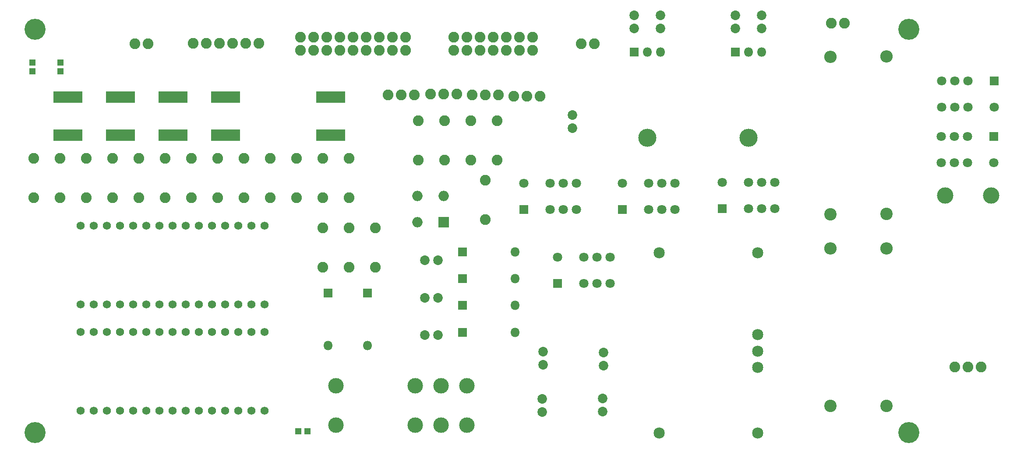
<source format=gbr>
G04 #@! TF.FileFunction,Soldermask,Top*
%FSLAX46Y46*%
G04 Gerber Fmt 4.6, Leading zero omitted, Abs format (unit mm)*
G04 Created by KiCad (PCBNEW 4.0.6) date 03/02/20 07:40:08*
%MOMM*%
%LPD*%
G01*
G04 APERTURE LIST*
%ADD10C,0.100000*%
%ADD11C,3.175000*%
%ADD12C,4.064000*%
%ADD13C,1.854200*%
%ADD14R,1.800000X1.800000*%
%ADD15O,1.800000X1.800000*%
%ADD16R,1.201420X1.201420*%
%ADD17C,1.800000*%
%ADD18C,3.000000*%
%ADD19C,2.082800*%
%ADD20C,1.574800*%
%ADD21O,3.500000X3.500000*%
%ADD22C,2.159000*%
%ADD23R,5.600000X2.300000*%
%ADD24C,2.400000*%
%ADD25O,2.400000X2.400000*%
%ADD26O,2.000000X2.000000*%
%ADD27R,2.000000X2.000000*%
G04 APERTURE END LIST*
D10*
D11*
X214929240Y-74284860D03*
D12*
X30035500Y-42100500D03*
X30035500Y-120206000D03*
X199008500Y-120206000D03*
D13*
X107955000Y-86847300D03*
X105415000Y-86847300D03*
X107955000Y-94086300D03*
X105415000Y-94086300D03*
X107955000Y-101325000D03*
X105415000Y-101325000D03*
X150940000Y-41973500D03*
X150940000Y-39433500D03*
X145860000Y-41973500D03*
X145860000Y-39433500D03*
X165481000Y-41973500D03*
X165481000Y-39433500D03*
X170561000Y-41973500D03*
X170561000Y-39433500D03*
D14*
X86741000Y-93154500D03*
D15*
X86741000Y-103314500D03*
D14*
X94361000Y-93154500D03*
D15*
X94361000Y-103314500D03*
D16*
X80937100Y-119913000D03*
X82689700Y-119913000D03*
D17*
X124587000Y-71882000D03*
X129667000Y-71882000D03*
X132207000Y-71882000D03*
X134747000Y-71882000D03*
X134747000Y-76962000D03*
X132207000Y-76962000D03*
X129667000Y-76962000D03*
D14*
X124587000Y-76962000D03*
D17*
X131064000Y-86233000D03*
X136144000Y-86233000D03*
X138684000Y-86233000D03*
X141224000Y-86233000D03*
X141224000Y-91313000D03*
X138684000Y-91313000D03*
X136144000Y-91313000D03*
D14*
X131064000Y-91313000D03*
D18*
X88248500Y-111125000D03*
X88248500Y-118745000D03*
X108568500Y-111125000D03*
X113568500Y-118745000D03*
X103568500Y-118745000D03*
X103568500Y-111125000D03*
X108568500Y-118745000D03*
X113568500Y-111125000D03*
D19*
X98298000Y-54800500D03*
X100838000Y-54800500D03*
X103378000Y-54800500D03*
X106490000Y-54673500D03*
X109030000Y-54673500D03*
X111570000Y-54673500D03*
X114554000Y-54800500D03*
X117094000Y-54800500D03*
X119634000Y-54800500D03*
X122618000Y-55054500D03*
X125158000Y-55054500D03*
X127698000Y-55054500D03*
X34861500Y-74706600D03*
X34861500Y-67086600D03*
X39941500Y-74706600D03*
X39941500Y-67086600D03*
X45021500Y-74706600D03*
X45021500Y-67086600D03*
X50101500Y-74706600D03*
X50101500Y-67086600D03*
X55181500Y-74706600D03*
X55181500Y-67086600D03*
X60261500Y-74706600D03*
X60261500Y-67086600D03*
X104140000Y-67437000D03*
X104140000Y-59817000D03*
X109220000Y-67437000D03*
X109220000Y-59817000D03*
X114300000Y-67437000D03*
X114300000Y-59817000D03*
X119380000Y-67437000D03*
X119380000Y-59817000D03*
X65341500Y-74706600D03*
X65341500Y-67086600D03*
X70421500Y-74706600D03*
X70421500Y-67086600D03*
X75501500Y-74706600D03*
X75501500Y-67086600D03*
X80581500Y-74706600D03*
X80581500Y-67086600D03*
X85661500Y-74706600D03*
X85661500Y-67086600D03*
X90741500Y-74706600D03*
X90741500Y-67086600D03*
X85661500Y-88201500D03*
X85661500Y-80581500D03*
X90741500Y-88201500D03*
X90741500Y-80581500D03*
X95821500Y-88201500D03*
X95821500Y-80581500D03*
X117069000Y-78943200D03*
X117069000Y-71323200D03*
D20*
X74422000Y-95377000D03*
X74422000Y-80137000D03*
X71882000Y-95377000D03*
X71882000Y-80137000D03*
X69342000Y-95377000D03*
X69342000Y-80137000D03*
X66802000Y-95377000D03*
X66802000Y-80137000D03*
X64262000Y-95377000D03*
X64262000Y-80137000D03*
X61722000Y-95377000D03*
X61722000Y-80137000D03*
X59182000Y-95377000D03*
X59182000Y-80137000D03*
X56642000Y-95377000D03*
X56642000Y-80137000D03*
X54102000Y-95377000D03*
X54102000Y-80137000D03*
X51562000Y-95377000D03*
X51562000Y-80137000D03*
X49022000Y-95377000D03*
X49022000Y-80137000D03*
X46482000Y-95377000D03*
X46482000Y-80137000D03*
X43942000Y-95377000D03*
X43942000Y-80137000D03*
X41402000Y-95377000D03*
X41402000Y-80137000D03*
X38862000Y-95377000D03*
X38862000Y-80137000D03*
X74422000Y-115951000D03*
X74422000Y-100711000D03*
X71882000Y-115951000D03*
X71882000Y-100711000D03*
X69342000Y-115951000D03*
X69342000Y-100711000D03*
X66802000Y-115951000D03*
X66802000Y-100711000D03*
X64262000Y-115951000D03*
X64262000Y-100711000D03*
X61722000Y-115951000D03*
X61722000Y-100711000D03*
X59182000Y-115951000D03*
X59182000Y-100711000D03*
X56642000Y-115951000D03*
X56642000Y-100711000D03*
X54102000Y-115951000D03*
X54102000Y-100711000D03*
X51562000Y-115951000D03*
X51562000Y-100711000D03*
X49022000Y-115951000D03*
X49022000Y-100711000D03*
X46482000Y-115951000D03*
X46482000Y-100711000D03*
X43942000Y-115951000D03*
X43942000Y-100711000D03*
X41402000Y-115951000D03*
X41402000Y-100711000D03*
X38862000Y-115951000D03*
X38862000Y-100711000D03*
D21*
X148400000Y-63142000D03*
D14*
X145860000Y-46482000D03*
D15*
X148400000Y-46482000D03*
X150940000Y-46482000D03*
D21*
X168021000Y-63142000D03*
D14*
X165481000Y-46482000D03*
D15*
X168021000Y-46482000D03*
X170561000Y-46482000D03*
D22*
X150749000Y-120269000D03*
X169799000Y-120269000D03*
X169799000Y-107569000D03*
X169799000Y-104394000D03*
X169799000Y-101219000D03*
X169799000Y-85344000D03*
X150749000Y-85344000D03*
D19*
X60642500Y-44831000D03*
X63182500Y-44831000D03*
X65722500Y-44831000D03*
X68262500Y-44831000D03*
X70802500Y-44831000D03*
X73342500Y-44831000D03*
D23*
X36385500Y-62628000D03*
X36385500Y-55228000D03*
X46545500Y-62628000D03*
X46545500Y-55228000D03*
X56705500Y-62628000D03*
X56705500Y-55228000D03*
X66865500Y-62628000D03*
X66865500Y-55228000D03*
X87185500Y-62628000D03*
X87185500Y-55228000D03*
D19*
X81343500Y-46164500D03*
X81343500Y-43624500D03*
X83883500Y-46164500D03*
X83883500Y-43624500D03*
X86423500Y-46164500D03*
X86423500Y-43624500D03*
X88963500Y-46164500D03*
X88963500Y-43624500D03*
X91503500Y-46164500D03*
X91503500Y-43624500D03*
X94043500Y-46164500D03*
X94043500Y-43624500D03*
X96583500Y-46164500D03*
X96583500Y-43624500D03*
X99123500Y-46164500D03*
X99123500Y-43624500D03*
X101663500Y-46164500D03*
X101663500Y-43624500D03*
X110998000Y-46164500D03*
X110998000Y-43624500D03*
X113538000Y-46164500D03*
X113538000Y-43624500D03*
X116078000Y-46164500D03*
X116078000Y-43624500D03*
X118618000Y-46164500D03*
X118618000Y-43624500D03*
X121158000Y-46164500D03*
X121158000Y-43624500D03*
X123698000Y-46164500D03*
X123698000Y-43624500D03*
X126238000Y-46164500D03*
X126238000Y-43624500D03*
D13*
X139776000Y-116103000D03*
X139776000Y-113563000D03*
X128270000Y-107061000D03*
X128270000Y-104521000D03*
X139929000Y-107239000D03*
X139929000Y-104699000D03*
X128143000Y-116230000D03*
X128143000Y-113690000D03*
X133985000Y-61214000D03*
X133985000Y-58674000D03*
D12*
X199009000Y-42100500D03*
D24*
X183832000Y-77914500D03*
D25*
X183832000Y-47434500D03*
D24*
X183832000Y-114998000D03*
D25*
X183832000Y-84518000D03*
D24*
X194628000Y-77851000D03*
D25*
X194628000Y-47371000D03*
D24*
X194691000Y-114998000D03*
D25*
X194691000Y-84518000D03*
D26*
X103955000Y-79481300D03*
X109035000Y-74401300D03*
X103955000Y-74401300D03*
D27*
X109035000Y-79481300D03*
D16*
X29591000Y-50279300D03*
X29591000Y-48526700D03*
D19*
X29781500Y-74706600D03*
X29781500Y-67086600D03*
D16*
X34988500Y-50279300D03*
X34988500Y-48526700D03*
D19*
X138176000Y-44894500D03*
X135636000Y-44894500D03*
X49403000Y-44894500D03*
X51943000Y-44894500D03*
D14*
X112740000Y-85191600D03*
D15*
X122900000Y-85191600D03*
D14*
X112740000Y-90388400D03*
D15*
X122900000Y-90388400D03*
D14*
X112740000Y-95585300D03*
D15*
X122900000Y-95585300D03*
D14*
X112740000Y-100782000D03*
D15*
X122900000Y-100782000D03*
D19*
X207889000Y-107483000D03*
X210429000Y-107483000D03*
X212969000Y-107483000D03*
X186538000Y-40970200D03*
X183998000Y-40970200D03*
D11*
X206040000Y-74284800D03*
D17*
X143637000Y-71882000D03*
X148717000Y-71882000D03*
X151257000Y-71882000D03*
X153797000Y-71882000D03*
X153797000Y-76962000D03*
X151257000Y-76962000D03*
X148717000Y-76962000D03*
D14*
X143637000Y-76962000D03*
D17*
X162865000Y-71755000D03*
X167945000Y-71755000D03*
X170485000Y-71755000D03*
X173025000Y-71755000D03*
X173025000Y-76835000D03*
X170485000Y-76835000D03*
X167945000Y-76835000D03*
D14*
X162865000Y-76835000D03*
D17*
X215519000Y-57150000D03*
X210439000Y-57150000D03*
X207899000Y-57150000D03*
X205359000Y-57150000D03*
X205359000Y-52070000D03*
X207899000Y-52070000D03*
X210439000Y-52070000D03*
D14*
X215519000Y-52070000D03*
D17*
X215392000Y-67945000D03*
X210312000Y-67945000D03*
X207772000Y-67945000D03*
X205232000Y-67945000D03*
X205232000Y-62865000D03*
X207772000Y-62865000D03*
X210312000Y-62865000D03*
D14*
X215392000Y-62865000D03*
M02*

</source>
